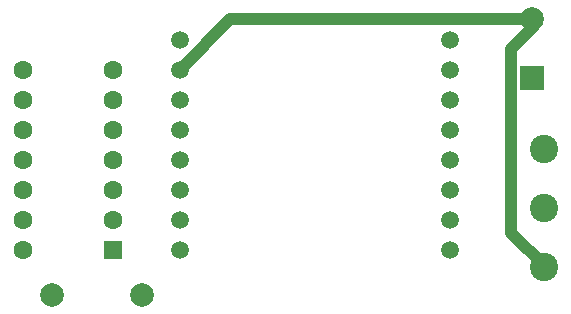
<source format=gbl>
G04 Layer: BottomLayer*
G04 EasyEDA v6.4.25, 2021-11-13T16:36:47+01:00*
G04 fbf2b491685049a8bfad643619c64f1f,1776d3e4676a440d9a66004cab294cc2,10*
G04 Gerber Generator version 0.2*
G04 Scale: 100 percent, Rotated: No, Reflected: No *
G04 Dimensions in millimeters *
G04 leading zeros omitted , absolute positions ,4 integer and 5 decimal *
%FSLAX45Y45*%
%MOMM*%

%ADD11C,1.0000*%
%ADD12R,2.0000X2.0000*%
%ADD13C,2.0000*%
%ADD14C,2.4000*%
%ADD15R,1.5999X1.5999*%
%ADD16C,1.5999*%
%ADD17C,1.5080*%

%LPD*%
D11*
X4513300Y3024007D02*
G01*
X4513300Y2988698D01*
X4323394Y2798792D01*
X4323394Y1242507D01*
X4610100Y955802D01*
X4526600Y3048812D02*
G01*
X1944507Y3048812D01*
X1516700Y2621000D01*
D12*
G01*
X4500001Y2550010D03*
D13*
G01*
X4500001Y3050009D03*
G01*
X437200Y716000D03*
G01*
X1199200Y716000D03*
D14*
G01*
X4600000Y1950001D03*
G01*
X4600000Y1450002D03*
G01*
X4600000Y950003D03*
D15*
G01*
X953099Y1095502D03*
D16*
G01*
X953099Y1349502D03*
G01*
X953099Y1603502D03*
G01*
X953099Y1857502D03*
G01*
X953099Y2111502D03*
G01*
X953099Y2365502D03*
G01*
X953099Y2619502D03*
G01*
X191099Y2619502D03*
G01*
X191099Y2365502D03*
G01*
X191099Y2111502D03*
G01*
X191099Y1857502D03*
G01*
X191099Y1603502D03*
G01*
X191099Y1349502D03*
G01*
X191099Y1095502D03*
D17*
G01*
X3802700Y2621000D03*
G01*
X3802700Y2367000D03*
G01*
X3802700Y2113000D03*
G01*
X3802700Y1859000D03*
G01*
X3802700Y1605000D03*
G01*
X3802700Y1351000D03*
G01*
X3802700Y1097000D03*
G01*
X1516700Y2621000D03*
G01*
X1516700Y2367000D03*
G01*
X1516700Y2113000D03*
G01*
X1516700Y1859000D03*
G01*
X1516700Y1605000D03*
G01*
X1516700Y1351000D03*
G01*
X1516700Y1097000D03*
G01*
X3802700Y2875000D03*
G01*
X1516700Y2875000D03*
M02*

</source>
